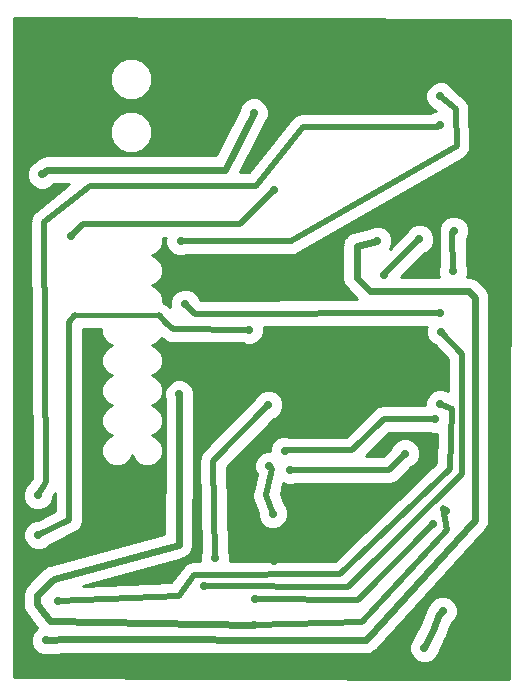
<source format=gbl>
G04 (created by PCBNEW (2013-08-24 BZR 4298)-stable) date Sun 27 Oct 2013 08:15:41 PM PDT*
%MOIN*%
G04 Gerber Fmt 3.4, Leading zero omitted, Abs format*
%FSLAX34Y34*%
G01*
G70*
G90*
G04 APERTURE LIST*
%ADD10C,0.005906*%
%ADD11C,0.027559*%
%ADD12C,0.019685*%
%ADD13C,0.039370*%
%ADD14C,0.023622*%
%ADD15C,0.015748*%
%ADD16C,0.010000*%
G04 APERTURE END LIST*
G54D10*
G54D11*
X62594Y-38791D03*
X66440Y-38251D03*
X68055Y-32173D03*
X68070Y-30826D03*
X53901Y-25917D03*
X67803Y-42629D03*
X62070Y-41830D03*
X61244Y-41039D03*
X61850Y-35511D03*
X60669Y-32059D03*
X61681Y-28141D03*
X61051Y-25251D03*
X65744Y-32295D03*
X66921Y-31110D03*
X58960Y-31181D03*
X67625Y-26346D03*
X62437Y-38169D03*
X67448Y-37090D03*
X67618Y-33555D03*
X59114Y-33263D03*
X61921Y-38669D03*
X62039Y-40259D03*
X58921Y-36283D03*
X67807Y-40173D03*
X61401Y-43956D03*
X54350Y-28948D03*
X61397Y-26885D03*
X55299Y-31011D03*
X62082Y-29456D03*
X54468Y-44480D03*
X65507Y-31165D03*
X54200Y-39641D03*
X67602Y-27311D03*
X61251Y-34118D03*
X54220Y-40960D03*
X61885Y-36629D03*
X60102Y-41732D03*
X67618Y-36610D03*
X54881Y-43153D03*
X59751Y-42681D03*
X67649Y-34185D03*
X67696Y-43500D03*
X67090Y-44728D03*
X61452Y-43114D03*
X67389Y-40606D03*
G54D12*
X65901Y-38791D02*
X62594Y-38791D01*
X66440Y-38251D02*
X65901Y-38791D01*
X68023Y-30874D02*
X68055Y-32173D01*
X68070Y-30826D02*
X68023Y-30874D01*
G54D13*
X53901Y-25917D02*
X53877Y-25917D01*
G54D12*
X61279Y-41039D02*
X61244Y-41039D01*
X62070Y-41830D02*
X61279Y-41039D01*
G54D13*
X61244Y-41039D02*
X61228Y-41023D01*
G54D12*
X61850Y-35511D02*
X61830Y-35511D01*
G54D13*
X61084Y-25219D02*
X61084Y-25211D01*
X61051Y-25251D02*
X61084Y-25219D01*
G54D12*
X65744Y-32271D02*
X65744Y-32295D01*
X66921Y-31110D02*
X65744Y-32271D01*
X62649Y-31181D02*
X58960Y-31181D01*
X67625Y-26346D02*
X68126Y-26772D01*
X68126Y-26772D02*
X68161Y-27988D01*
X68161Y-27988D02*
X62649Y-31181D01*
X67201Y-37097D02*
X67441Y-37097D01*
X62437Y-38169D02*
X62456Y-38149D01*
X62456Y-38149D02*
X64677Y-38149D01*
X64677Y-38149D02*
X65729Y-37097D01*
X65729Y-37097D02*
X67201Y-37097D01*
X67441Y-37097D02*
X67448Y-37090D01*
X59448Y-33598D02*
X67618Y-33555D01*
X59114Y-33263D02*
X59448Y-33598D01*
X62011Y-38759D02*
X61921Y-38669D01*
X61811Y-39641D02*
X62011Y-38759D01*
X62039Y-40259D02*
X61811Y-39641D01*
G54D14*
X61401Y-43956D02*
X54606Y-43834D01*
X54606Y-43834D02*
X54181Y-43275D01*
X54181Y-43275D02*
X54181Y-42972D01*
X58893Y-41295D02*
X58921Y-38232D01*
X54728Y-42425D02*
X58893Y-41295D01*
X54181Y-42972D02*
X54728Y-42425D01*
X58921Y-38232D02*
X58921Y-36283D01*
G54D12*
X67807Y-40173D02*
X67700Y-40066D01*
X67700Y-40066D02*
X67850Y-40791D01*
X67850Y-40791D02*
X65011Y-43874D01*
X65011Y-43874D02*
X61401Y-43956D01*
G54D14*
X54350Y-28948D02*
X54500Y-28799D01*
X54500Y-28799D02*
X60433Y-28799D01*
X60433Y-28799D02*
X61397Y-26885D01*
G54D12*
X55299Y-31011D02*
X55708Y-30602D01*
X55708Y-30602D02*
X60937Y-30602D01*
X60937Y-30602D02*
X62082Y-29456D01*
G54D14*
X68771Y-40456D02*
X68775Y-33059D01*
X65149Y-44456D02*
X68771Y-40456D01*
X55200Y-44448D02*
X65149Y-44456D01*
X54468Y-44480D02*
X55200Y-44448D01*
X68562Y-32846D02*
X68775Y-33059D01*
X65275Y-32846D02*
X68562Y-32846D01*
X64834Y-32405D02*
X65275Y-32846D01*
X64834Y-31326D02*
X64834Y-32405D01*
X65507Y-31165D02*
X64834Y-31326D01*
G54D12*
X54200Y-39641D02*
X54472Y-39212D01*
X54472Y-39212D02*
X54417Y-30523D01*
X54417Y-30523D02*
X55940Y-29330D01*
X55940Y-29330D02*
X61460Y-29330D01*
X63031Y-27370D02*
X61460Y-29330D01*
X67543Y-27370D02*
X63031Y-27370D01*
X67602Y-27311D02*
X67543Y-27370D01*
X61251Y-34118D02*
X58700Y-34110D01*
X55236Y-33858D02*
X55251Y-40460D01*
X55444Y-33649D02*
X55236Y-33858D01*
G54D15*
X58240Y-33649D02*
X55444Y-33649D01*
G54D12*
X58700Y-34110D02*
X58476Y-33885D01*
X58476Y-33885D02*
X58240Y-33649D01*
X54220Y-40960D02*
X55251Y-40460D01*
X60039Y-38499D02*
X61885Y-36629D01*
X60102Y-41732D02*
X60039Y-38499D01*
X67941Y-38779D02*
X67998Y-36765D01*
X67998Y-36765D02*
X67618Y-36610D01*
X64291Y-42283D02*
X67941Y-38779D01*
X58901Y-43000D02*
X59409Y-42291D01*
X59409Y-42291D02*
X64291Y-42283D01*
X54881Y-43153D02*
X58901Y-43000D01*
X64535Y-42704D02*
X59751Y-42681D01*
X68350Y-38933D02*
X64535Y-42704D01*
X68350Y-34933D02*
X68350Y-38933D01*
X67649Y-34185D02*
X68350Y-34933D01*
G54D14*
X67696Y-43500D02*
X67586Y-43610D01*
X67586Y-43610D02*
X67389Y-44141D01*
X67389Y-44141D02*
X67090Y-44728D01*
G54D12*
X64877Y-43118D02*
X61452Y-43114D01*
X67389Y-40606D02*
X64877Y-43118D01*
G54D10*
G36*
X69949Y-23809D02*
X69914Y-45764D01*
X69258Y-45762D01*
X69258Y-33059D01*
X69258Y-33059D01*
X69258Y-33059D01*
X69240Y-32967D01*
X69221Y-32874D01*
X69221Y-32874D01*
X69221Y-32874D01*
X69169Y-32796D01*
X69117Y-32717D01*
X69117Y-32717D01*
X69117Y-32717D01*
X68904Y-32504D01*
X68747Y-32400D01*
X68562Y-32363D01*
X68520Y-32363D01*
X68557Y-32273D01*
X68557Y-32073D01*
X68513Y-31966D01*
X68493Y-31115D01*
X68496Y-31111D01*
X68573Y-30927D01*
X68573Y-30727D01*
X68497Y-30542D01*
X68356Y-30400D01*
X68171Y-30324D01*
X67971Y-30323D01*
X67786Y-30400D01*
X67644Y-30541D01*
X67568Y-30726D01*
X67568Y-30834D01*
X67560Y-30874D01*
X67561Y-30879D01*
X67560Y-30885D01*
X67587Y-31989D01*
X67552Y-32072D01*
X67552Y-32272D01*
X67589Y-32363D01*
X66310Y-32363D01*
X67107Y-31577D01*
X67205Y-31536D01*
X67347Y-31395D01*
X67423Y-31210D01*
X67424Y-31010D01*
X67347Y-30825D01*
X67206Y-30684D01*
X67021Y-30607D01*
X66821Y-30607D01*
X66636Y-30683D01*
X66495Y-30825D01*
X66456Y-30917D01*
X65945Y-31421D01*
X66010Y-31265D01*
X66010Y-31065D01*
X65934Y-30880D01*
X65793Y-30739D01*
X65608Y-30662D01*
X65408Y-30662D01*
X65235Y-30733D01*
X64722Y-30857D01*
X64687Y-30873D01*
X64649Y-30880D01*
X64602Y-30912D01*
X64550Y-30935D01*
X64524Y-30963D01*
X64493Y-30985D01*
X64461Y-31032D01*
X64422Y-31074D01*
X64409Y-31110D01*
X64388Y-31141D01*
X64377Y-31197D01*
X64357Y-31251D01*
X64359Y-31289D01*
X64351Y-31326D01*
X64351Y-32405D01*
X64388Y-32590D01*
X64493Y-32747D01*
X64852Y-33106D01*
X59639Y-33134D01*
X59579Y-33074D01*
X59540Y-32979D01*
X59399Y-32837D01*
X59214Y-32761D01*
X59014Y-32760D01*
X58829Y-32837D01*
X58688Y-32978D01*
X58611Y-33163D01*
X58611Y-33363D01*
X58612Y-33366D01*
X58567Y-33321D01*
X58417Y-33221D01*
X58375Y-33213D01*
X58375Y-33045D01*
X58295Y-32852D01*
X58148Y-32704D01*
X58015Y-32649D01*
X58147Y-32594D01*
X58295Y-32447D01*
X58375Y-32254D01*
X58375Y-32045D01*
X58295Y-31852D01*
X58148Y-31704D01*
X58015Y-31649D01*
X58147Y-31594D01*
X58295Y-31447D01*
X58375Y-31254D01*
X58375Y-31065D01*
X58464Y-31065D01*
X58457Y-31080D01*
X58457Y-31280D01*
X58534Y-31465D01*
X58675Y-31607D01*
X58860Y-31683D01*
X59060Y-31683D01*
X59155Y-31644D01*
X62649Y-31644D01*
X62679Y-31638D01*
X62710Y-31640D01*
X62767Y-31620D01*
X62826Y-31609D01*
X62852Y-31592D01*
X62881Y-31582D01*
X68393Y-28389D01*
X68443Y-28345D01*
X68498Y-28306D01*
X68511Y-28285D01*
X68529Y-28269D01*
X68558Y-28209D01*
X68594Y-28153D01*
X68598Y-28129D01*
X68609Y-28107D01*
X68613Y-28040D01*
X68624Y-27974D01*
X68589Y-26758D01*
X68586Y-26747D01*
X68588Y-26735D01*
X68566Y-26659D01*
X68549Y-26582D01*
X68542Y-26572D01*
X68538Y-26561D01*
X68490Y-26499D01*
X68444Y-26435D01*
X68434Y-26428D01*
X68426Y-26419D01*
X68077Y-26121D01*
X68052Y-26062D01*
X67911Y-25920D01*
X67726Y-25843D01*
X67526Y-25843D01*
X67341Y-25919D01*
X67200Y-26061D01*
X67123Y-26246D01*
X67123Y-26446D01*
X67199Y-26630D01*
X67340Y-26772D01*
X67464Y-26823D01*
X67317Y-26884D01*
X67295Y-26906D01*
X63031Y-26906D01*
X63006Y-26911D01*
X62980Y-26909D01*
X62918Y-26929D01*
X62854Y-26941D01*
X62832Y-26956D01*
X62808Y-26964D01*
X62758Y-27006D01*
X62703Y-27042D01*
X62689Y-27063D01*
X62669Y-27080D01*
X61238Y-28867D01*
X60939Y-28867D01*
X61765Y-27228D01*
X61823Y-27170D01*
X61900Y-26986D01*
X61900Y-26786D01*
X61824Y-26601D01*
X61682Y-26459D01*
X61498Y-26383D01*
X61298Y-26382D01*
X61113Y-26459D01*
X60971Y-26600D01*
X60894Y-26785D01*
X60894Y-26809D01*
X60135Y-28316D01*
X58010Y-28316D01*
X58010Y-27396D01*
X58010Y-25624D01*
X57904Y-25367D01*
X57707Y-25170D01*
X57450Y-25064D01*
X57172Y-25063D01*
X56915Y-25170D01*
X56718Y-25366D01*
X56611Y-25623D01*
X56611Y-25902D01*
X56717Y-26159D01*
X56914Y-26356D01*
X57171Y-26462D01*
X57449Y-26463D01*
X57706Y-26356D01*
X57903Y-26160D01*
X58010Y-25903D01*
X58010Y-25624D01*
X58010Y-27396D01*
X57904Y-27139D01*
X57707Y-26942D01*
X57450Y-26836D01*
X57172Y-26835D01*
X56915Y-26942D01*
X56718Y-27138D01*
X56611Y-27395D01*
X56611Y-27674D01*
X56717Y-27931D01*
X56914Y-28128D01*
X57171Y-28234D01*
X57449Y-28235D01*
X57706Y-28128D01*
X57903Y-27932D01*
X58010Y-27675D01*
X58010Y-27396D01*
X58010Y-28316D01*
X54500Y-28316D01*
X54315Y-28352D01*
X54158Y-28457D01*
X54113Y-28502D01*
X54065Y-28522D01*
X53924Y-28663D01*
X53847Y-28848D01*
X53847Y-29048D01*
X53923Y-29233D01*
X54065Y-29374D01*
X54249Y-29451D01*
X54449Y-29451D01*
X54634Y-29375D01*
X54727Y-29282D01*
X55251Y-29282D01*
X54131Y-30158D01*
X54112Y-30181D01*
X54087Y-30198D01*
X54053Y-30249D01*
X54013Y-30295D01*
X54004Y-30324D01*
X53988Y-30349D01*
X53976Y-30409D01*
X53957Y-30467D01*
X53959Y-30497D01*
X53953Y-30526D01*
X54008Y-39079D01*
X53924Y-39211D01*
X53916Y-39215D01*
X53774Y-39356D01*
X53698Y-39541D01*
X53697Y-39741D01*
X53774Y-39926D01*
X53915Y-40067D01*
X54100Y-40144D01*
X54300Y-40144D01*
X54485Y-40068D01*
X54626Y-39926D01*
X54703Y-39742D01*
X54703Y-39713D01*
X54786Y-39582D01*
X54787Y-40170D01*
X54195Y-40457D01*
X54120Y-40457D01*
X53936Y-40534D01*
X53794Y-40675D01*
X53717Y-40860D01*
X53717Y-41060D01*
X53794Y-41245D01*
X53935Y-41386D01*
X54120Y-41463D01*
X54320Y-41463D01*
X54504Y-41387D01*
X54601Y-41291D01*
X55454Y-40877D01*
X55515Y-40830D01*
X55580Y-40787D01*
X55587Y-40776D01*
X55598Y-40768D01*
X55637Y-40701D01*
X55680Y-40636D01*
X55683Y-40623D01*
X55689Y-40612D01*
X55700Y-40535D01*
X55715Y-40459D01*
X55700Y-34093D01*
X56325Y-34093D01*
X56325Y-34253D01*
X56405Y-34446D01*
X56552Y-34594D01*
X56685Y-34649D01*
X56553Y-34704D01*
X56405Y-34851D01*
X56325Y-35044D01*
X56325Y-35253D01*
X56405Y-35446D01*
X56552Y-35594D01*
X56685Y-35649D01*
X56553Y-35704D01*
X56405Y-35851D01*
X56325Y-36044D01*
X56325Y-36253D01*
X56405Y-36446D01*
X56552Y-36594D01*
X56685Y-36649D01*
X56553Y-36704D01*
X56405Y-36851D01*
X56325Y-37044D01*
X56325Y-37253D01*
X56405Y-37446D01*
X56552Y-37594D01*
X56685Y-37649D01*
X56553Y-37704D01*
X56405Y-37851D01*
X56325Y-38044D01*
X56325Y-38253D01*
X56405Y-38446D01*
X56552Y-38594D01*
X56745Y-38674D01*
X56954Y-38674D01*
X57147Y-38594D01*
X57295Y-38447D01*
X57350Y-38314D01*
X57405Y-38446D01*
X57552Y-38594D01*
X57745Y-38674D01*
X57954Y-38674D01*
X58147Y-38594D01*
X58295Y-38447D01*
X58375Y-38254D01*
X58375Y-38045D01*
X58295Y-37852D01*
X58148Y-37704D01*
X58015Y-37649D01*
X58147Y-37594D01*
X58295Y-37447D01*
X58375Y-37254D01*
X58375Y-37045D01*
X58295Y-36852D01*
X58148Y-36704D01*
X58015Y-36649D01*
X58147Y-36594D01*
X58295Y-36447D01*
X58375Y-36254D01*
X58375Y-36045D01*
X58295Y-35852D01*
X58148Y-35704D01*
X58015Y-35649D01*
X58147Y-35594D01*
X58295Y-35447D01*
X58375Y-35254D01*
X58375Y-35045D01*
X58295Y-34852D01*
X58148Y-34704D01*
X58015Y-34649D01*
X58147Y-34594D01*
X58295Y-34447D01*
X58320Y-34385D01*
X58373Y-34437D01*
X58447Y-34487D01*
X58522Y-34537D01*
X58522Y-34537D01*
X58523Y-34538D01*
X58611Y-34555D01*
X58699Y-34573D01*
X61055Y-34580D01*
X61151Y-34620D01*
X61351Y-34620D01*
X61536Y-34544D01*
X61677Y-34403D01*
X61754Y-34218D01*
X61754Y-34049D01*
X67173Y-34020D01*
X67146Y-34084D01*
X67146Y-34284D01*
X67223Y-34469D01*
X67364Y-34611D01*
X67445Y-34644D01*
X67887Y-35116D01*
X67887Y-36177D01*
X67718Y-36107D01*
X67518Y-36107D01*
X67333Y-36183D01*
X67192Y-36325D01*
X67115Y-36509D01*
X67115Y-36634D01*
X65729Y-36634D01*
X65729Y-36634D01*
X65551Y-36669D01*
X65401Y-36769D01*
X65401Y-36769D01*
X64485Y-37686D01*
X62584Y-37686D01*
X62537Y-37666D01*
X62337Y-37666D01*
X62152Y-37742D01*
X62011Y-37884D01*
X61934Y-38068D01*
X61934Y-38166D01*
X61821Y-38166D01*
X61636Y-38242D01*
X61495Y-38384D01*
X61418Y-38568D01*
X61418Y-38768D01*
X61493Y-38950D01*
X61359Y-39538D01*
X61358Y-39581D01*
X61347Y-39623D01*
X61355Y-39671D01*
X61354Y-39719D01*
X61369Y-39759D01*
X61376Y-39802D01*
X61536Y-40236D01*
X61536Y-40359D01*
X61612Y-40544D01*
X61754Y-40685D01*
X61938Y-40762D01*
X62138Y-40762D01*
X62323Y-40686D01*
X62465Y-40545D01*
X62542Y-40360D01*
X62542Y-40160D01*
X62465Y-39975D01*
X62406Y-39915D01*
X62293Y-39610D01*
X62376Y-39245D01*
X62494Y-39294D01*
X62694Y-39294D01*
X62789Y-39254D01*
X65901Y-39254D01*
X66078Y-39219D01*
X66078Y-39219D01*
X66229Y-39119D01*
X66630Y-38717D01*
X66725Y-38678D01*
X66866Y-38537D01*
X66943Y-38352D01*
X66943Y-38152D01*
X66867Y-37967D01*
X66726Y-37826D01*
X66541Y-37749D01*
X66341Y-37749D01*
X66156Y-37825D01*
X66014Y-37966D01*
X65975Y-38062D01*
X65709Y-38327D01*
X65154Y-38327D01*
X65921Y-37560D01*
X67201Y-37560D01*
X67270Y-37560D01*
X67348Y-37593D01*
X67511Y-37593D01*
X67483Y-38576D01*
X64104Y-41820D01*
X60605Y-41826D01*
X60605Y-41632D01*
X60561Y-41527D01*
X60506Y-38686D01*
X62078Y-37094D01*
X62170Y-37056D01*
X62311Y-36915D01*
X62388Y-36730D01*
X62388Y-36530D01*
X62312Y-36345D01*
X62170Y-36203D01*
X61986Y-36127D01*
X61786Y-36127D01*
X61601Y-36203D01*
X61459Y-36344D01*
X61418Y-36443D01*
X59709Y-38174D01*
X59707Y-38176D01*
X59705Y-38178D01*
X59658Y-38252D01*
X59610Y-38325D01*
X59609Y-38328D01*
X59607Y-38330D01*
X59592Y-38416D01*
X59575Y-38502D01*
X59576Y-38505D01*
X59576Y-38508D01*
X59635Y-41546D01*
X59599Y-41631D01*
X59599Y-41827D01*
X59408Y-41827D01*
X59371Y-41835D01*
X59333Y-41834D01*
X59283Y-41852D01*
X59231Y-41863D01*
X59200Y-41884D01*
X59164Y-41897D01*
X59125Y-41934D01*
X59081Y-41964D01*
X59060Y-41995D01*
X59032Y-42021D01*
X58657Y-42545D01*
X55715Y-42657D01*
X59020Y-41761D01*
X59046Y-41748D01*
X59074Y-41743D01*
X59129Y-41707D01*
X59188Y-41677D01*
X59207Y-41655D01*
X59232Y-41639D01*
X59269Y-41585D01*
X59312Y-41535D01*
X59322Y-41508D01*
X59338Y-41484D01*
X59351Y-41419D01*
X59372Y-41356D01*
X59370Y-41327D01*
X59376Y-41299D01*
X59404Y-38236D01*
X59403Y-38234D01*
X59404Y-38232D01*
X59404Y-36431D01*
X59423Y-36383D01*
X59424Y-36183D01*
X59347Y-35999D01*
X59206Y-35857D01*
X59021Y-35780D01*
X58821Y-35780D01*
X58636Y-35857D01*
X58495Y-35998D01*
X58418Y-36183D01*
X58418Y-36383D01*
X58438Y-36430D01*
X58438Y-38230D01*
X58413Y-40924D01*
X54601Y-41958D01*
X54574Y-41972D01*
X54543Y-41978D01*
X54490Y-42014D01*
X54433Y-42042D01*
X54412Y-42066D01*
X54386Y-42083D01*
X53839Y-42630D01*
X53734Y-42787D01*
X53698Y-42972D01*
X53698Y-43275D01*
X53710Y-43336D01*
X53713Y-43398D01*
X53728Y-43428D01*
X53734Y-43460D01*
X53769Y-43512D01*
X53796Y-43568D01*
X54173Y-44064D01*
X54042Y-44195D01*
X53965Y-44379D01*
X53965Y-44579D01*
X54042Y-44764D01*
X54183Y-44906D01*
X54368Y-44982D01*
X54568Y-44983D01*
X54631Y-44956D01*
X55210Y-44931D01*
X65149Y-44939D01*
X65161Y-44937D01*
X65173Y-44939D01*
X65253Y-44919D01*
X65334Y-44903D01*
X65344Y-44896D01*
X65356Y-44893D01*
X65422Y-44844D01*
X65490Y-44798D01*
X65497Y-44788D01*
X65507Y-44780D01*
X69129Y-40780D01*
X69172Y-40710D01*
X69217Y-40641D01*
X69220Y-40629D01*
X69226Y-40619D01*
X69238Y-40537D01*
X69254Y-40456D01*
X69258Y-33059D01*
X69258Y-45762D01*
X68199Y-45759D01*
X68199Y-43400D01*
X68123Y-43215D01*
X67982Y-43074D01*
X67797Y-42997D01*
X67597Y-42997D01*
X67412Y-43073D01*
X67270Y-43214D01*
X67251Y-43262D01*
X67245Y-43268D01*
X67239Y-43276D01*
X67232Y-43281D01*
X67187Y-43354D01*
X67140Y-43425D01*
X67138Y-43434D01*
X67133Y-43442D01*
X66946Y-43947D01*
X66723Y-44383D01*
X66664Y-44443D01*
X66587Y-44627D01*
X66587Y-44827D01*
X66664Y-45012D01*
X66805Y-45154D01*
X66990Y-45231D01*
X67190Y-45231D01*
X67374Y-45154D01*
X67516Y-45013D01*
X67593Y-44828D01*
X67593Y-44805D01*
X67820Y-44361D01*
X67827Y-44333D01*
X67842Y-44309D01*
X67986Y-43921D01*
X68122Y-43785D01*
X68199Y-43600D01*
X68199Y-43400D01*
X68199Y-45759D01*
X53408Y-45710D01*
X53408Y-23731D01*
X69949Y-23809D01*
X69949Y-23809D01*
G37*
G54D16*
X69949Y-23809D02*
X69914Y-45764D01*
X69258Y-45762D01*
X69258Y-33059D01*
X69258Y-33059D01*
X69258Y-33059D01*
X69240Y-32967D01*
X69221Y-32874D01*
X69221Y-32874D01*
X69221Y-32874D01*
X69169Y-32796D01*
X69117Y-32717D01*
X69117Y-32717D01*
X69117Y-32717D01*
X68904Y-32504D01*
X68747Y-32400D01*
X68562Y-32363D01*
X68520Y-32363D01*
X68557Y-32273D01*
X68557Y-32073D01*
X68513Y-31966D01*
X68493Y-31115D01*
X68496Y-31111D01*
X68573Y-30927D01*
X68573Y-30727D01*
X68497Y-30542D01*
X68356Y-30400D01*
X68171Y-30324D01*
X67971Y-30323D01*
X67786Y-30400D01*
X67644Y-30541D01*
X67568Y-30726D01*
X67568Y-30834D01*
X67560Y-30874D01*
X67561Y-30879D01*
X67560Y-30885D01*
X67587Y-31989D01*
X67552Y-32072D01*
X67552Y-32272D01*
X67589Y-32363D01*
X66310Y-32363D01*
X67107Y-31577D01*
X67205Y-31536D01*
X67347Y-31395D01*
X67423Y-31210D01*
X67424Y-31010D01*
X67347Y-30825D01*
X67206Y-30684D01*
X67021Y-30607D01*
X66821Y-30607D01*
X66636Y-30683D01*
X66495Y-30825D01*
X66456Y-30917D01*
X65945Y-31421D01*
X66010Y-31265D01*
X66010Y-31065D01*
X65934Y-30880D01*
X65793Y-30739D01*
X65608Y-30662D01*
X65408Y-30662D01*
X65235Y-30733D01*
X64722Y-30857D01*
X64687Y-30873D01*
X64649Y-30880D01*
X64602Y-30912D01*
X64550Y-30935D01*
X64524Y-30963D01*
X64493Y-30985D01*
X64461Y-31032D01*
X64422Y-31074D01*
X64409Y-31110D01*
X64388Y-31141D01*
X64377Y-31197D01*
X64357Y-31251D01*
X64359Y-31289D01*
X64351Y-31326D01*
X64351Y-32405D01*
X64388Y-32590D01*
X64493Y-32747D01*
X64852Y-33106D01*
X59639Y-33134D01*
X59579Y-33074D01*
X59540Y-32979D01*
X59399Y-32837D01*
X59214Y-32761D01*
X59014Y-32760D01*
X58829Y-32837D01*
X58688Y-32978D01*
X58611Y-33163D01*
X58611Y-33363D01*
X58612Y-33366D01*
X58567Y-33321D01*
X58417Y-33221D01*
X58375Y-33213D01*
X58375Y-33045D01*
X58295Y-32852D01*
X58148Y-32704D01*
X58015Y-32649D01*
X58147Y-32594D01*
X58295Y-32447D01*
X58375Y-32254D01*
X58375Y-32045D01*
X58295Y-31852D01*
X58148Y-31704D01*
X58015Y-31649D01*
X58147Y-31594D01*
X58295Y-31447D01*
X58375Y-31254D01*
X58375Y-31065D01*
X58464Y-31065D01*
X58457Y-31080D01*
X58457Y-31280D01*
X58534Y-31465D01*
X58675Y-31607D01*
X58860Y-31683D01*
X59060Y-31683D01*
X59155Y-31644D01*
X62649Y-31644D01*
X62679Y-31638D01*
X62710Y-31640D01*
X62767Y-31620D01*
X62826Y-31609D01*
X62852Y-31592D01*
X62881Y-31582D01*
X68393Y-28389D01*
X68443Y-28345D01*
X68498Y-28306D01*
X68511Y-28285D01*
X68529Y-28269D01*
X68558Y-28209D01*
X68594Y-28153D01*
X68598Y-28129D01*
X68609Y-28107D01*
X68613Y-28040D01*
X68624Y-27974D01*
X68589Y-26758D01*
X68586Y-26747D01*
X68588Y-26735D01*
X68566Y-26659D01*
X68549Y-26582D01*
X68542Y-26572D01*
X68538Y-26561D01*
X68490Y-26499D01*
X68444Y-26435D01*
X68434Y-26428D01*
X68426Y-26419D01*
X68077Y-26121D01*
X68052Y-26062D01*
X67911Y-25920D01*
X67726Y-25843D01*
X67526Y-25843D01*
X67341Y-25919D01*
X67200Y-26061D01*
X67123Y-26246D01*
X67123Y-26446D01*
X67199Y-26630D01*
X67340Y-26772D01*
X67464Y-26823D01*
X67317Y-26884D01*
X67295Y-26906D01*
X63031Y-26906D01*
X63006Y-26911D01*
X62980Y-26909D01*
X62918Y-26929D01*
X62854Y-26941D01*
X62832Y-26956D01*
X62808Y-26964D01*
X62758Y-27006D01*
X62703Y-27042D01*
X62689Y-27063D01*
X62669Y-27080D01*
X61238Y-28867D01*
X60939Y-28867D01*
X61765Y-27228D01*
X61823Y-27170D01*
X61900Y-26986D01*
X61900Y-26786D01*
X61824Y-26601D01*
X61682Y-26459D01*
X61498Y-26383D01*
X61298Y-26382D01*
X61113Y-26459D01*
X60971Y-26600D01*
X60894Y-26785D01*
X60894Y-26809D01*
X60135Y-28316D01*
X58010Y-28316D01*
X58010Y-27396D01*
X58010Y-25624D01*
X57904Y-25367D01*
X57707Y-25170D01*
X57450Y-25064D01*
X57172Y-25063D01*
X56915Y-25170D01*
X56718Y-25366D01*
X56611Y-25623D01*
X56611Y-25902D01*
X56717Y-26159D01*
X56914Y-26356D01*
X57171Y-26462D01*
X57449Y-26463D01*
X57706Y-26356D01*
X57903Y-26160D01*
X58010Y-25903D01*
X58010Y-25624D01*
X58010Y-27396D01*
X57904Y-27139D01*
X57707Y-26942D01*
X57450Y-26836D01*
X57172Y-26835D01*
X56915Y-26942D01*
X56718Y-27138D01*
X56611Y-27395D01*
X56611Y-27674D01*
X56717Y-27931D01*
X56914Y-28128D01*
X57171Y-28234D01*
X57449Y-28235D01*
X57706Y-28128D01*
X57903Y-27932D01*
X58010Y-27675D01*
X58010Y-27396D01*
X58010Y-28316D01*
X54500Y-28316D01*
X54315Y-28352D01*
X54158Y-28457D01*
X54113Y-28502D01*
X54065Y-28522D01*
X53924Y-28663D01*
X53847Y-28848D01*
X53847Y-29048D01*
X53923Y-29233D01*
X54065Y-29374D01*
X54249Y-29451D01*
X54449Y-29451D01*
X54634Y-29375D01*
X54727Y-29282D01*
X55251Y-29282D01*
X54131Y-30158D01*
X54112Y-30181D01*
X54087Y-30198D01*
X54053Y-30249D01*
X54013Y-30295D01*
X54004Y-30324D01*
X53988Y-30349D01*
X53976Y-30409D01*
X53957Y-30467D01*
X53959Y-30497D01*
X53953Y-30526D01*
X54008Y-39079D01*
X53924Y-39211D01*
X53916Y-39215D01*
X53774Y-39356D01*
X53698Y-39541D01*
X53697Y-39741D01*
X53774Y-39926D01*
X53915Y-40067D01*
X54100Y-40144D01*
X54300Y-40144D01*
X54485Y-40068D01*
X54626Y-39926D01*
X54703Y-39742D01*
X54703Y-39713D01*
X54786Y-39582D01*
X54787Y-40170D01*
X54195Y-40457D01*
X54120Y-40457D01*
X53936Y-40534D01*
X53794Y-40675D01*
X53717Y-40860D01*
X53717Y-41060D01*
X53794Y-41245D01*
X53935Y-41386D01*
X54120Y-41463D01*
X54320Y-41463D01*
X54504Y-41387D01*
X54601Y-41291D01*
X55454Y-40877D01*
X55515Y-40830D01*
X55580Y-40787D01*
X55587Y-40776D01*
X55598Y-40768D01*
X55637Y-40701D01*
X55680Y-40636D01*
X55683Y-40623D01*
X55689Y-40612D01*
X55700Y-40535D01*
X55715Y-40459D01*
X55700Y-34093D01*
X56325Y-34093D01*
X56325Y-34253D01*
X56405Y-34446D01*
X56552Y-34594D01*
X56685Y-34649D01*
X56553Y-34704D01*
X56405Y-34851D01*
X56325Y-35044D01*
X56325Y-35253D01*
X56405Y-35446D01*
X56552Y-35594D01*
X56685Y-35649D01*
X56553Y-35704D01*
X56405Y-35851D01*
X56325Y-36044D01*
X56325Y-36253D01*
X56405Y-36446D01*
X56552Y-36594D01*
X56685Y-36649D01*
X56553Y-36704D01*
X56405Y-36851D01*
X56325Y-37044D01*
X56325Y-37253D01*
X56405Y-37446D01*
X56552Y-37594D01*
X56685Y-37649D01*
X56553Y-37704D01*
X56405Y-37851D01*
X56325Y-38044D01*
X56325Y-38253D01*
X56405Y-38446D01*
X56552Y-38594D01*
X56745Y-38674D01*
X56954Y-38674D01*
X57147Y-38594D01*
X57295Y-38447D01*
X57350Y-38314D01*
X57405Y-38446D01*
X57552Y-38594D01*
X57745Y-38674D01*
X57954Y-38674D01*
X58147Y-38594D01*
X58295Y-38447D01*
X58375Y-38254D01*
X58375Y-38045D01*
X58295Y-37852D01*
X58148Y-37704D01*
X58015Y-37649D01*
X58147Y-37594D01*
X58295Y-37447D01*
X58375Y-37254D01*
X58375Y-37045D01*
X58295Y-36852D01*
X58148Y-36704D01*
X58015Y-36649D01*
X58147Y-36594D01*
X58295Y-36447D01*
X58375Y-36254D01*
X58375Y-36045D01*
X58295Y-35852D01*
X58148Y-35704D01*
X58015Y-35649D01*
X58147Y-35594D01*
X58295Y-35447D01*
X58375Y-35254D01*
X58375Y-35045D01*
X58295Y-34852D01*
X58148Y-34704D01*
X58015Y-34649D01*
X58147Y-34594D01*
X58295Y-34447D01*
X58320Y-34385D01*
X58373Y-34437D01*
X58447Y-34487D01*
X58522Y-34537D01*
X58522Y-34537D01*
X58523Y-34538D01*
X58611Y-34555D01*
X58699Y-34573D01*
X61055Y-34580D01*
X61151Y-34620D01*
X61351Y-34620D01*
X61536Y-34544D01*
X61677Y-34403D01*
X61754Y-34218D01*
X61754Y-34049D01*
X67173Y-34020D01*
X67146Y-34084D01*
X67146Y-34284D01*
X67223Y-34469D01*
X67364Y-34611D01*
X67445Y-34644D01*
X67887Y-35116D01*
X67887Y-36177D01*
X67718Y-36107D01*
X67518Y-36107D01*
X67333Y-36183D01*
X67192Y-36325D01*
X67115Y-36509D01*
X67115Y-36634D01*
X65729Y-36634D01*
X65729Y-36634D01*
X65551Y-36669D01*
X65401Y-36769D01*
X65401Y-36769D01*
X64485Y-37686D01*
X62584Y-37686D01*
X62537Y-37666D01*
X62337Y-37666D01*
X62152Y-37742D01*
X62011Y-37884D01*
X61934Y-38068D01*
X61934Y-38166D01*
X61821Y-38166D01*
X61636Y-38242D01*
X61495Y-38384D01*
X61418Y-38568D01*
X61418Y-38768D01*
X61493Y-38950D01*
X61359Y-39538D01*
X61358Y-39581D01*
X61347Y-39623D01*
X61355Y-39671D01*
X61354Y-39719D01*
X61369Y-39759D01*
X61376Y-39802D01*
X61536Y-40236D01*
X61536Y-40359D01*
X61612Y-40544D01*
X61754Y-40685D01*
X61938Y-40762D01*
X62138Y-40762D01*
X62323Y-40686D01*
X62465Y-40545D01*
X62542Y-40360D01*
X62542Y-40160D01*
X62465Y-39975D01*
X62406Y-39915D01*
X62293Y-39610D01*
X62376Y-39245D01*
X62494Y-39294D01*
X62694Y-39294D01*
X62789Y-39254D01*
X65901Y-39254D01*
X66078Y-39219D01*
X66078Y-39219D01*
X66229Y-39119D01*
X66630Y-38717D01*
X66725Y-38678D01*
X66866Y-38537D01*
X66943Y-38352D01*
X66943Y-38152D01*
X66867Y-37967D01*
X66726Y-37826D01*
X66541Y-37749D01*
X66341Y-37749D01*
X66156Y-37825D01*
X66014Y-37966D01*
X65975Y-38062D01*
X65709Y-38327D01*
X65154Y-38327D01*
X65921Y-37560D01*
X67201Y-37560D01*
X67270Y-37560D01*
X67348Y-37593D01*
X67511Y-37593D01*
X67483Y-38576D01*
X64104Y-41820D01*
X60605Y-41826D01*
X60605Y-41632D01*
X60561Y-41527D01*
X60506Y-38686D01*
X62078Y-37094D01*
X62170Y-37056D01*
X62311Y-36915D01*
X62388Y-36730D01*
X62388Y-36530D01*
X62312Y-36345D01*
X62170Y-36203D01*
X61986Y-36127D01*
X61786Y-36127D01*
X61601Y-36203D01*
X61459Y-36344D01*
X61418Y-36443D01*
X59709Y-38174D01*
X59707Y-38176D01*
X59705Y-38178D01*
X59658Y-38252D01*
X59610Y-38325D01*
X59609Y-38328D01*
X59607Y-38330D01*
X59592Y-38416D01*
X59575Y-38502D01*
X59576Y-38505D01*
X59576Y-38508D01*
X59635Y-41546D01*
X59599Y-41631D01*
X59599Y-41827D01*
X59408Y-41827D01*
X59371Y-41835D01*
X59333Y-41834D01*
X59283Y-41852D01*
X59231Y-41863D01*
X59200Y-41884D01*
X59164Y-41897D01*
X59125Y-41934D01*
X59081Y-41964D01*
X59060Y-41995D01*
X59032Y-42021D01*
X58657Y-42545D01*
X55715Y-42657D01*
X59020Y-41761D01*
X59046Y-41748D01*
X59074Y-41743D01*
X59129Y-41707D01*
X59188Y-41677D01*
X59207Y-41655D01*
X59232Y-41639D01*
X59269Y-41585D01*
X59312Y-41535D01*
X59322Y-41508D01*
X59338Y-41484D01*
X59351Y-41419D01*
X59372Y-41356D01*
X59370Y-41327D01*
X59376Y-41299D01*
X59404Y-38236D01*
X59403Y-38234D01*
X59404Y-38232D01*
X59404Y-36431D01*
X59423Y-36383D01*
X59424Y-36183D01*
X59347Y-35999D01*
X59206Y-35857D01*
X59021Y-35780D01*
X58821Y-35780D01*
X58636Y-35857D01*
X58495Y-35998D01*
X58418Y-36183D01*
X58418Y-36383D01*
X58438Y-36430D01*
X58438Y-38230D01*
X58413Y-40924D01*
X54601Y-41958D01*
X54574Y-41972D01*
X54543Y-41978D01*
X54490Y-42014D01*
X54433Y-42042D01*
X54412Y-42066D01*
X54386Y-42083D01*
X53839Y-42630D01*
X53734Y-42787D01*
X53698Y-42972D01*
X53698Y-43275D01*
X53710Y-43336D01*
X53713Y-43398D01*
X53728Y-43428D01*
X53734Y-43460D01*
X53769Y-43512D01*
X53796Y-43568D01*
X54173Y-44064D01*
X54042Y-44195D01*
X53965Y-44379D01*
X53965Y-44579D01*
X54042Y-44764D01*
X54183Y-44906D01*
X54368Y-44982D01*
X54568Y-44983D01*
X54631Y-44956D01*
X55210Y-44931D01*
X65149Y-44939D01*
X65161Y-44937D01*
X65173Y-44939D01*
X65253Y-44919D01*
X65334Y-44903D01*
X65344Y-44896D01*
X65356Y-44893D01*
X65422Y-44844D01*
X65490Y-44798D01*
X65497Y-44788D01*
X65507Y-44780D01*
X69129Y-40780D01*
X69172Y-40710D01*
X69217Y-40641D01*
X69220Y-40629D01*
X69226Y-40619D01*
X69238Y-40537D01*
X69254Y-40456D01*
X69258Y-33059D01*
X69258Y-45762D01*
X68199Y-45759D01*
X68199Y-43400D01*
X68123Y-43215D01*
X67982Y-43074D01*
X67797Y-42997D01*
X67597Y-42997D01*
X67412Y-43073D01*
X67270Y-43214D01*
X67251Y-43262D01*
X67245Y-43268D01*
X67239Y-43276D01*
X67232Y-43281D01*
X67187Y-43354D01*
X67140Y-43425D01*
X67138Y-43434D01*
X67133Y-43442D01*
X66946Y-43947D01*
X66723Y-44383D01*
X66664Y-44443D01*
X66587Y-44627D01*
X66587Y-44827D01*
X66664Y-45012D01*
X66805Y-45154D01*
X66990Y-45231D01*
X67190Y-45231D01*
X67374Y-45154D01*
X67516Y-45013D01*
X67593Y-44828D01*
X67593Y-44805D01*
X67820Y-44361D01*
X67827Y-44333D01*
X67842Y-44309D01*
X67986Y-43921D01*
X68122Y-43785D01*
X68199Y-43600D01*
X68199Y-43400D01*
X68199Y-45759D01*
X53408Y-45710D01*
X53408Y-23731D01*
X69949Y-23809D01*
M02*

</source>
